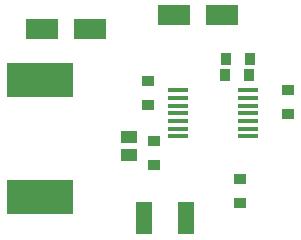
<source format=gtp>
%FSAX24Y24*%
%MOIN*%
G70*
G01*
G75*
G04 Layer_Color=8421504*
%ADD10R,0.0354X0.0402*%
%ADD11R,0.0701X0.0165*%
%ADD12O,0.0701X0.0165*%
%ADD13R,0.1063X0.0669*%
%ADD14R,0.0402X0.0354*%
%ADD15R,0.0551X0.1102*%
%ADD16R,0.0551X0.0433*%
%ADD17R,0.2205X0.1181*%
%ADD18C,0.0150*%
%ADD19C,0.0500*%
%ADD20C,0.0450*%
%ADD21C,0.0350*%
%ADD22C,0.0100*%
%ADD23C,0.0250*%
%ADD24R,0.0800X0.0360*%
%ADD25R,0.0430X0.0410*%
%ADD26R,0.0600X0.0330*%
%ADD27R,0.1690X0.0060*%
%ADD28R,0.1490X0.0160*%
%ADD29R,0.0050X0.0230*%
%ADD30R,0.0090X0.0320*%
%ADD31R,0.0070X0.0240*%
%ADD32R,0.0060X0.0330*%
%ADD33R,0.0050X0.0350*%
%ADD34R,0.0100X0.0450*%
%ADD35R,0.0100X0.0300*%
%ADD36R,0.0150X0.0450*%
%ADD37R,0.1250X0.0550*%
%ADD38R,0.2250X0.0650*%
%ADD39R,0.1450X0.1700*%
%ADD40R,0.1750X0.1150*%
%ADD41R,0.1690X0.0370*%
%ADD42R,0.0580X0.0310*%
%ADD43R,0.0450X0.0290*%
%ADD44R,0.0320X0.0160*%
%ADD45R,0.1330X0.0770*%
%ADD46R,0.0720X0.0590*%
%ADD47R,0.0750X0.0510*%
%ADD48R,0.0240X0.0210*%
%ADD49R,0.0350X0.0300*%
%ADD50R,0.0420X0.0980*%
%ADD51R,0.1400X0.3700*%
%ADD52R,0.1000X0.0850*%
%ADD53R,0.1600X0.0550*%
%ADD54R,0.1350X0.1100*%
%ADD55R,0.2100X0.0900*%
%ADD56R,0.1250X0.1850*%
%ADD57R,0.1700X0.0800*%
%ADD58R,0.1050X0.1550*%
%ADD59R,0.1700X0.1250*%
%ADD60R,0.1450X0.0550*%
%ADD61R,0.1450X0.2650*%
%ADD62R,0.4000X0.0500*%
%ADD63R,0.4000X0.1498*%
%ADD64R,0.4000X0.1050*%
%ADD65R,0.1200X0.0950*%
%ADD66R,0.0350X0.2500*%
%ADD67R,0.1710X0.2600*%
%ADD68R,0.1150X0.1000*%
%ADD69R,0.1300X0.2600*%
%ADD70R,0.0800X0.1700*%
%ADD71R,0.4000X0.1200*%
%ADD72R,0.3250X0.0900*%
%ADD73R,0.1300X0.0150*%
%ADD74R,0.0400X0.0250*%
%ADD75R,0.1500X0.2500*%
%ADD76C,0.0750*%
%ADD77C,0.0290*%
%ADD78C,0.0079*%
%ADD79C,0.0098*%
%ADD80C,0.0070*%
D10*
X030094Y038850D02*
D03*
X029306D02*
D03*
X030044Y038300D02*
D03*
X029256D02*
D03*
D11*
X027700Y037800D02*
D03*
D12*
Y037544D02*
D03*
Y037288D02*
D03*
Y037032D02*
D03*
Y036776D02*
D03*
Y036520D02*
D03*
Y036265D02*
D03*
X030039Y037800D02*
D03*
Y037544D02*
D03*
Y037288D02*
D03*
Y037032D02*
D03*
Y036776D02*
D03*
Y036520D02*
D03*
Y036265D02*
D03*
D13*
X027550Y040300D02*
D03*
X029150D02*
D03*
X024750Y039850D02*
D03*
X023150D02*
D03*
D14*
X026700Y038094D02*
D03*
Y037306D02*
D03*
X029750Y034844D02*
D03*
Y034056D02*
D03*
X026900Y036094D02*
D03*
Y035306D02*
D03*
X031350Y037794D02*
D03*
Y037006D02*
D03*
D15*
X026550Y033550D02*
D03*
X027950D02*
D03*
D16*
X026050Y036245D02*
D03*
Y035655D02*
D03*
D17*
X023100Y038150D02*
D03*
Y034250D02*
D03*
M02*

</source>
